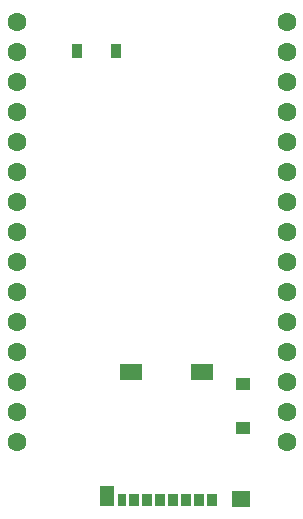
<source format=gbr>
%TF.GenerationSoftware,KiCad,Pcbnew,(6.0.6-0)*%
%TF.CreationDate,2022-08-03T21:57:51-07:00*%
%TF.ProjectId,sd_bt_streamer,73645f62-745f-4737-9472-65616d65722e,rev?*%
%TF.SameCoordinates,Original*%
%TF.FileFunction,Soldermask,Top*%
%TF.FilePolarity,Negative*%
%FSLAX46Y46*%
G04 Gerber Fmt 4.6, Leading zero omitted, Abs format (unit mm)*
G04 Created by KiCad (PCBNEW (6.0.6-0)) date 2022-08-03 21:57:51*
%MOMM*%
%LPD*%
G01*
G04 APERTURE LIST*
%ADD10R,0.850000X1.100000*%
%ADD11R,0.750000X1.100000*%
%ADD12R,1.200000X1.000000*%
%ADD13R,1.900000X1.350000*%
%ADD14R,1.170000X1.800000*%
%ADD15R,1.550000X1.350000*%
%ADD16C,1.600000*%
%ADD17R,0.900000X1.200000*%
G04 APERTURE END LIST*
D10*
%TO.C,J1*%
X167105000Y-104200000D03*
X166005000Y-104200000D03*
X164905000Y-104200000D03*
X163805000Y-104200000D03*
X162705000Y-104200000D03*
X161605000Y-104200000D03*
X160505000Y-104200000D03*
D11*
X159455000Y-104200000D03*
D12*
X169740000Y-98050000D03*
X169740000Y-94350000D03*
D13*
X160270000Y-93375000D03*
X166240000Y-93375000D03*
D14*
X158245000Y-103850000D03*
D15*
X169565000Y-104075000D03*
%TD*%
D16*
%TO.C,U2*%
X150570000Y-63720000D03*
X150570000Y-66260000D03*
X150570000Y-68800000D03*
X150570000Y-71340000D03*
X150570000Y-73880000D03*
X150570000Y-76420000D03*
X150570000Y-78960000D03*
X150570000Y-81500000D03*
X150570000Y-84040000D03*
X150570000Y-86580000D03*
X150570000Y-89120000D03*
X150570000Y-91660000D03*
X150570000Y-94200000D03*
X150570000Y-96740000D03*
X150570000Y-99280000D03*
X173430000Y-99280000D03*
X173430000Y-96740000D03*
X173430000Y-94200000D03*
X173430000Y-91660000D03*
X173430000Y-89120000D03*
X173430000Y-86580000D03*
X173430000Y-84040000D03*
X173430000Y-81500000D03*
X173430000Y-78960000D03*
X173430000Y-76420000D03*
X173430000Y-73880000D03*
X173430000Y-71340000D03*
X173430000Y-68800000D03*
X173430000Y-66260000D03*
X173430000Y-63720000D03*
%TD*%
D17*
%TO.C,D1*%
X155650000Y-66200000D03*
X158950000Y-66200000D03*
%TD*%
M02*

</source>
